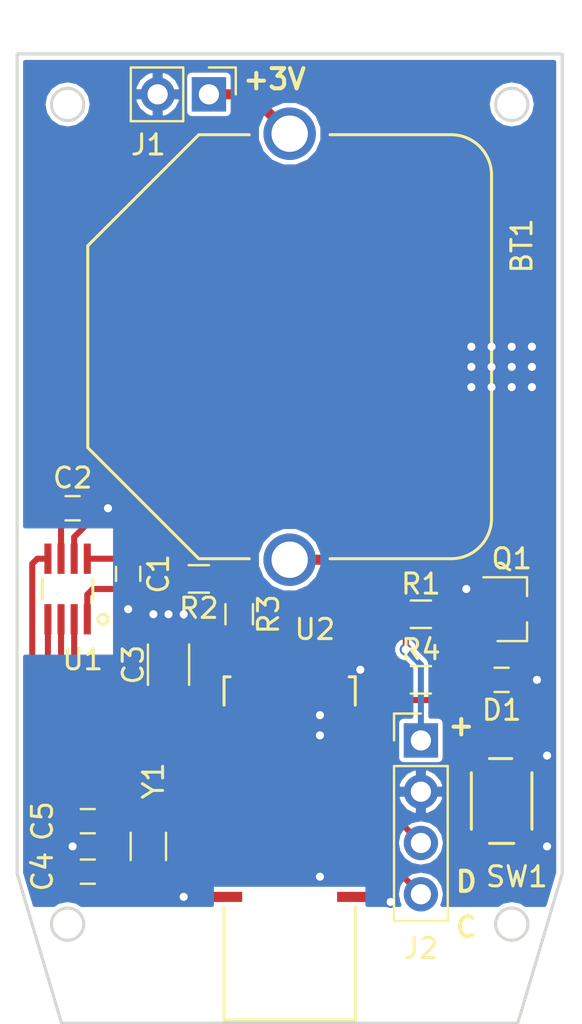
<source format=kicad_pcb>
(kicad_pcb (version 20171130) (host pcbnew "(5.1.0)")

  (general
    (thickness 1.6)
    (drawings 28)
    (tracks 154)
    (zones 0)
    (modules 18)
    (nets 18)
  )

  (page A4)
  (title_block
    (title ENBLE)
    (date 2018-12-03)
    (rev 1)
    (company @idt12312)
  )

  (layers
    (0 F.Cu signal)
    (31 B.Cu signal)
    (32 B.Adhes user)
    (33 F.Adhes user)
    (34 B.Paste user)
    (35 F.Paste user)
    (36 B.SilkS user)
    (37 F.SilkS user)
    (38 B.Mask user)
    (39 F.Mask user)
    (40 Dwgs.User user)
    (41 Cmts.User user)
    (42 Eco1.User user)
    (43 Eco2.User user hide)
    (44 Edge.Cuts user)
    (45 Margin user)
    (46 B.CrtYd user)
    (47 F.CrtYd user)
    (48 B.Fab user)
    (49 F.Fab user)
  )

  (setup
    (last_trace_width 0.3)
    (user_trace_width 0.25)
    (user_trace_width 0.3)
    (trace_clearance 0.22)
    (zone_clearance 0.22)
    (zone_45_only yes)
    (trace_min 0.22)
    (via_size 0.45)
    (via_drill 0.3)
    (via_min_size 0.4)
    (via_min_drill 0.3)
    (uvia_size 0.3)
    (uvia_drill 0.1)
    (uvias_allowed no)
    (uvia_min_size 0.2)
    (uvia_min_drill 0.1)
    (edge_width 0.15)
    (segment_width 0.15)
    (pcb_text_width 0.3)
    (pcb_text_size 1.5 1.5)
    (mod_edge_width 0.15)
    (mod_text_size 1 1)
    (mod_text_width 0.15)
    (pad_size 1.524 1.524)
    (pad_drill 0.762)
    (pad_to_mask_clearance 0.2)
    (aux_axis_origin 0 0)
    (visible_elements FFFEFF7F)
    (pcbplotparams
      (layerselection 0x00020_00000000)
      (usegerberextensions false)
      (usegerberattributes false)
      (usegerberadvancedattributes false)
      (creategerberjobfile false)
      (excludeedgelayer true)
      (linewidth 0.100000)
      (plotframeref false)
      (viasonmask false)
      (mode 1)
      (useauxorigin false)
      (hpglpennumber 1)
      (hpglpenspeed 20)
      (hpglpendiameter 15.000000)
      (psnegative false)
      (psa4output false)
      (plotreference true)
      (plotvalue true)
      (plotinvisibletext false)
      (padsonsilk false)
      (subtractmaskfromsilk false)
      (outputformat 1)
      (mirror false)
      (drillshape 0)
      (scaleselection 1)
      (outputdirectory ""))
  )

  (net 0 "")
  (net 1 "Net-(BT1-Pad1)")
  (net 2 GND)
  (net 3 "Net-(C1-Pad1)")
  (net 4 "Net-(C3-Pad1)")
  (net 5 "Net-(C4-Pad1)")
  (net 6 "Net-(C5-Pad1)")
  (net 7 "Net-(D1-Pad2)")
  (net 8 /SENS_SDO)
  (net 9 /SENS_SCK)
  (net 10 /SENS_CS)
  (net 11 /SENS_SDI)
  (net 12 /SWDCLK)
  (net 13 /SWDIO)
  (net 14 /SW)
  (net 15 /LED)
  (net 16 VCC)
  (net 17 "Net-(Q1-Pad2)")

  (net_class Default "This is the default net class."
    (clearance 0.22)
    (trace_width 0.3)
    (via_dia 0.45)
    (via_drill 0.3)
    (uvia_dia 0.3)
    (uvia_drill 0.1)
    (add_net /LED)
    (add_net /SENS_CS)
    (add_net /SENS_SCK)
    (add_net /SENS_SDI)
    (add_net /SENS_SDO)
    (add_net /SW)
    (add_net /SWDCLK)
    (add_net /SWDIO)
    (add_net "Net-(C1-Pad1)")
    (add_net "Net-(C4-Pad1)")
    (add_net "Net-(C5-Pad1)")
    (add_net "Net-(D1-Pad2)")
  )

  (net_class PWR ""
    (clearance 0.22)
    (trace_width 0.5)
    (via_dia 0.6)
    (via_drill 0.4)
    (uvia_dia 0.3)
    (uvia_drill 0.1)
    (add_net GND)
    (add_net "Net-(BT1-Pad1)")
    (add_net "Net-(C3-Pad1)")
    (add_net "Net-(Q1-Pad2)")
    (add_net VCC)
  )

  (module ENBLE:BK-888 (layer F.Cu) (tedit 5BEEF5C5) (tstamp 5BF90AA2)
    (at 111 92 270)
    (path /5BEEFC96)
    (fp_text reference BT1 (at -5 -11.5 270) (layer F.SilkS)
      (effects (font (size 1 1) (thickness 0.15)))
    )
    (fp_text value CR2032 (at 3 -11.5 270) (layer F.Fab)
      (effects (font (size 1 1) (thickness 0.15)))
    )
    (fp_line (start 10.5 -8) (end 10.5 -2) (layer F.SilkS) (width 0.15))
    (fp_line (start -8.5 -10) (end 8.5 -10) (layer F.SilkS) (width 0.15))
    (fp_line (start -10.5 -8) (end -10.5 -2) (layer F.SilkS) (width 0.15))
    (fp_arc (start 8.5 -8) (end 8.5 -10) (angle 90) (layer F.SilkS) (width 0.15))
    (fp_arc (start -8.5 -8) (end -10.5 -8) (angle 90) (layer F.SilkS) (width 0.15))
    (fp_line (start -5 10) (end -10.5 4.5) (layer F.SilkS) (width 0.15))
    (fp_line (start -10.5 4.5) (end -10.5 2) (layer F.SilkS) (width 0.15))
    (fp_line (start 5 10) (end 10.5 4.5) (layer F.SilkS) (width 0.15))
    (fp_line (start 10.5 4.5) (end 10.5 2) (layer F.SilkS) (width 0.15))
    (fp_line (start -5 10) (end 5 10) (layer F.SilkS) (width 0.15))
    (pad 1 thru_hole circle (at -10.55 0 270) (size 2.6 2.6) (drill 1.8) (layers *.Cu *.Mask)
      (net 1 "Net-(BT1-Pad1)"))
    (pad 2 smd circle (at 0 0 270) (size 15 15) (layers F.Cu F.Paste F.Mask)
      (net 2 GND))
    (pad 1 thru_hole circle (at 10.55 0 270) (size 2.6 2.6) (drill 1.8) (layers *.Cu *.Mask)
      (net 1 "Net-(BT1-Pad1)"))
  )

  (module Capacitors_SMD:C_0603 (layer F.Cu) (tedit 59958EE7) (tstamp 5BF90AA8)
    (at 103 103.25 270)
    (descr "Capacitor SMD 0603, reflow soldering, AVX (see smccp.pdf)")
    (tags "capacitor 0603")
    (path /5BEF1E8C)
    (attr smd)
    (fp_text reference C1 (at 0 -1.5 270) (layer F.SilkS)
      (effects (font (size 1 1) (thickness 0.15)))
    )
    (fp_text value 0.1u (at 0 1.5 270) (layer F.Fab)
      (effects (font (size 1 1) (thickness 0.15)))
    )
    (fp_line (start 1.4 0.65) (end -1.4 0.65) (layer F.CrtYd) (width 0.05))
    (fp_line (start 1.4 0.65) (end 1.4 -0.65) (layer F.CrtYd) (width 0.05))
    (fp_line (start -1.4 -0.65) (end -1.4 0.65) (layer F.CrtYd) (width 0.05))
    (fp_line (start -1.4 -0.65) (end 1.4 -0.65) (layer F.CrtYd) (width 0.05))
    (fp_line (start 0.35 0.6) (end -0.35 0.6) (layer F.SilkS) (width 0.12))
    (fp_line (start -0.35 -0.6) (end 0.35 -0.6) (layer F.SilkS) (width 0.12))
    (fp_line (start -0.8 -0.4) (end 0.8 -0.4) (layer F.Fab) (width 0.1))
    (fp_line (start 0.8 -0.4) (end 0.8 0.4) (layer F.Fab) (width 0.1))
    (fp_line (start 0.8 0.4) (end -0.8 0.4) (layer F.Fab) (width 0.1))
    (fp_line (start -0.8 0.4) (end -0.8 -0.4) (layer F.Fab) (width 0.1))
    (fp_text user %R (at 0 0 270) (layer F.Fab)
      (effects (font (size 0.3 0.3) (thickness 0.075)))
    )
    (pad 2 smd rect (at 0.75 0 270) (size 0.8 0.75) (layers F.Cu F.Paste F.Mask)
      (net 2 GND))
    (pad 1 smd rect (at -0.75 0 270) (size 0.8 0.75) (layers F.Cu F.Paste F.Mask)
      (net 3 "Net-(C1-Pad1)"))
    (model Capacitors_SMD.3dshapes/C_0603.wrl
      (at (xyz 0 0 0))
      (scale (xyz 1 1 1))
      (rotate (xyz 0 0 0))
    )
  )

  (module Capacitors_SMD:C_0603 (layer F.Cu) (tedit 59958EE7) (tstamp 5BF90AAE)
    (at 100.25 100)
    (descr "Capacitor SMD 0603, reflow soldering, AVX (see smccp.pdf)")
    (tags "capacitor 0603")
    (path /5BEEFFBC)
    (attr smd)
    (fp_text reference C2 (at 0 -1.5) (layer F.SilkS)
      (effects (font (size 1 1) (thickness 0.15)))
    )
    (fp_text value 0.1u (at 0 1.5) (layer F.Fab)
      (effects (font (size 1 1) (thickness 0.15)))
    )
    (fp_line (start 1.4 0.65) (end -1.4 0.65) (layer F.CrtYd) (width 0.05))
    (fp_line (start 1.4 0.65) (end 1.4 -0.65) (layer F.CrtYd) (width 0.05))
    (fp_line (start -1.4 -0.65) (end -1.4 0.65) (layer F.CrtYd) (width 0.05))
    (fp_line (start -1.4 -0.65) (end 1.4 -0.65) (layer F.CrtYd) (width 0.05))
    (fp_line (start 0.35 0.6) (end -0.35 0.6) (layer F.SilkS) (width 0.12))
    (fp_line (start -0.35 -0.6) (end 0.35 -0.6) (layer F.SilkS) (width 0.12))
    (fp_line (start -0.8 -0.4) (end 0.8 -0.4) (layer F.Fab) (width 0.1))
    (fp_line (start 0.8 -0.4) (end 0.8 0.4) (layer F.Fab) (width 0.1))
    (fp_line (start 0.8 0.4) (end -0.8 0.4) (layer F.Fab) (width 0.1))
    (fp_line (start -0.8 0.4) (end -0.8 -0.4) (layer F.Fab) (width 0.1))
    (fp_text user %R (at 0 0) (layer F.Fab)
      (effects (font (size 0.3 0.3) (thickness 0.075)))
    )
    (pad 2 smd rect (at 0.75 0) (size 0.8 0.75) (layers F.Cu F.Paste F.Mask)
      (net 2 GND))
    (pad 1 smd rect (at -0.75 0) (size 0.8 0.75) (layers F.Cu F.Paste F.Mask)
      (net 3 "Net-(C1-Pad1)"))
    (model Capacitors_SMD.3dshapes/C_0603.wrl
      (at (xyz 0 0 0))
      (scale (xyz 1 1 1))
      (rotate (xyz 0 0 0))
    )
  )

  (module Capacitors_SMD:C_1206 (layer F.Cu) (tedit 58AA84B8) (tstamp 5BF90AB4)
    (at 105 107.75 90)
    (descr "Capacitor SMD 1206, reflow soldering, AVX (see smccp.pdf)")
    (tags "capacitor 1206")
    (path /5BEF3F88)
    (attr smd)
    (fp_text reference C3 (at 0 -1.75 90) (layer F.SilkS)
      (effects (font (size 1 1) (thickness 0.15)))
    )
    (fp_text value 10u (at 0 2 90) (layer F.Fab)
      (effects (font (size 1 1) (thickness 0.15)))
    )
    (fp_text user %R (at 0 -1.75 90) (layer F.Fab)
      (effects (font (size 1 1) (thickness 0.15)))
    )
    (fp_line (start -1.6 0.8) (end -1.6 -0.8) (layer F.Fab) (width 0.1))
    (fp_line (start 1.6 0.8) (end -1.6 0.8) (layer F.Fab) (width 0.1))
    (fp_line (start 1.6 -0.8) (end 1.6 0.8) (layer F.Fab) (width 0.1))
    (fp_line (start -1.6 -0.8) (end 1.6 -0.8) (layer F.Fab) (width 0.1))
    (fp_line (start 1 -1.02) (end -1 -1.02) (layer F.SilkS) (width 0.12))
    (fp_line (start -1 1.02) (end 1 1.02) (layer F.SilkS) (width 0.12))
    (fp_line (start -2.25 -1.05) (end 2.25 -1.05) (layer F.CrtYd) (width 0.05))
    (fp_line (start -2.25 -1.05) (end -2.25 1.05) (layer F.CrtYd) (width 0.05))
    (fp_line (start 2.25 1.05) (end 2.25 -1.05) (layer F.CrtYd) (width 0.05))
    (fp_line (start 2.25 1.05) (end -2.25 1.05) (layer F.CrtYd) (width 0.05))
    (pad 1 smd rect (at -1.5 0 90) (size 1 1.6) (layers F.Cu F.Paste F.Mask)
      (net 4 "Net-(C3-Pad1)"))
    (pad 2 smd rect (at 1.5 0 90) (size 1 1.6) (layers F.Cu F.Paste F.Mask)
      (net 2 GND))
    (model Capacitors_SMD.3dshapes/C_1206.wrl
      (at (xyz 0 0 0))
      (scale (xyz 1 1 1))
      (rotate (xyz 0 0 0))
    )
  )

  (module Capacitors_SMD:C_0603 (layer F.Cu) (tedit 5BF931A9) (tstamp 5BF90ABA)
    (at 101 118 180)
    (descr "Capacitor SMD 0603, reflow soldering, AVX (see smccp.pdf)")
    (tags "capacitor 0603")
    (path /5BF9052A)
    (attr smd)
    (fp_text reference C4 (at 2.25 0 270) (layer F.SilkS)
      (effects (font (size 1 1) (thickness 0.15)))
    )
    (fp_text value 8p (at 0 1.5 180) (layer F.Fab)
      (effects (font (size 1 1) (thickness 0.15)))
    )
    (fp_line (start 1.4 0.65) (end -1.4 0.65) (layer F.CrtYd) (width 0.05))
    (fp_line (start 1.4 0.65) (end 1.4 -0.65) (layer F.CrtYd) (width 0.05))
    (fp_line (start -1.4 -0.65) (end -1.4 0.65) (layer F.CrtYd) (width 0.05))
    (fp_line (start -1.4 -0.65) (end 1.4 -0.65) (layer F.CrtYd) (width 0.05))
    (fp_line (start 0.35 0.6) (end -0.35 0.6) (layer F.SilkS) (width 0.12))
    (fp_line (start -0.35 -0.6) (end 0.35 -0.6) (layer F.SilkS) (width 0.12))
    (fp_line (start -0.8 -0.4) (end 0.8 -0.4) (layer F.Fab) (width 0.1))
    (fp_line (start 0.8 -0.4) (end 0.8 0.4) (layer F.Fab) (width 0.1))
    (fp_line (start 0.8 0.4) (end -0.8 0.4) (layer F.Fab) (width 0.1))
    (fp_line (start -0.8 0.4) (end -0.8 -0.4) (layer F.Fab) (width 0.1))
    (fp_text user %R (at 0 0 180) (layer F.Fab)
      (effects (font (size 0.3 0.3) (thickness 0.075)))
    )
    (pad 2 smd rect (at 0.75 0 180) (size 0.8 0.75) (layers F.Cu F.Paste F.Mask)
      (net 2 GND))
    (pad 1 smd rect (at -0.75 0 180) (size 0.8 0.75) (layers F.Cu F.Paste F.Mask)
      (net 5 "Net-(C4-Pad1)"))
    (model Capacitors_SMD.3dshapes/C_0603.wrl
      (at (xyz 0 0 0))
      (scale (xyz 1 1 1))
      (rotate (xyz 0 0 0))
    )
  )

  (module Capacitors_SMD:C_0603 (layer F.Cu) (tedit 5BF931AE) (tstamp 5BF90AC0)
    (at 101 115.5 180)
    (descr "Capacitor SMD 0603, reflow soldering, AVX (see smccp.pdf)")
    (tags "capacitor 0603")
    (path /5BF904B7)
    (attr smd)
    (fp_text reference C5 (at 2.25 0 270) (layer F.SilkS)
      (effects (font (size 1 1) (thickness 0.15)))
    )
    (fp_text value 8p (at 0 1.5 180) (layer F.Fab)
      (effects (font (size 1 1) (thickness 0.15)))
    )
    (fp_line (start 1.4 0.65) (end -1.4 0.65) (layer F.CrtYd) (width 0.05))
    (fp_line (start 1.4 0.65) (end 1.4 -0.65) (layer F.CrtYd) (width 0.05))
    (fp_line (start -1.4 -0.65) (end -1.4 0.65) (layer F.CrtYd) (width 0.05))
    (fp_line (start -1.4 -0.65) (end 1.4 -0.65) (layer F.CrtYd) (width 0.05))
    (fp_line (start 0.35 0.6) (end -0.35 0.6) (layer F.SilkS) (width 0.12))
    (fp_line (start -0.35 -0.6) (end 0.35 -0.6) (layer F.SilkS) (width 0.12))
    (fp_line (start -0.8 -0.4) (end 0.8 -0.4) (layer F.Fab) (width 0.1))
    (fp_line (start 0.8 -0.4) (end 0.8 0.4) (layer F.Fab) (width 0.1))
    (fp_line (start 0.8 0.4) (end -0.8 0.4) (layer F.Fab) (width 0.1))
    (fp_line (start -0.8 0.4) (end -0.8 -0.4) (layer F.Fab) (width 0.1))
    (fp_text user %R (at 0 0 180) (layer F.Fab)
      (effects (font (size 0.3 0.3) (thickness 0.075)))
    )
    (pad 2 smd rect (at 0.75 0 180) (size 0.8 0.75) (layers F.Cu F.Paste F.Mask)
      (net 2 GND))
    (pad 1 smd rect (at -0.75 0 180) (size 0.8 0.75) (layers F.Cu F.Paste F.Mask)
      (net 6 "Net-(C5-Pad1)"))
    (model Capacitors_SMD.3dshapes/C_0603.wrl
      (at (xyz 0 0 0))
      (scale (xyz 1 1 1))
      (rotate (xyz 0 0 0))
    )
  )

  (module Capacitors_SMD:C_0603 (layer F.Cu) (tedit 59958EE7) (tstamp 5BF90AC6)
    (at 121.5 108.5 180)
    (descr "Capacitor SMD 0603, reflow soldering, AVX (see smccp.pdf)")
    (tags "capacitor 0603")
    (path /5BEF0421)
    (attr smd)
    (fp_text reference D1 (at 0 -1.5 180) (layer F.SilkS)
      (effects (font (size 1 1) (thickness 0.15)))
    )
    (fp_text value LED (at 0 1.5 180) (layer F.Fab)
      (effects (font (size 1 1) (thickness 0.15)))
    )
    (fp_line (start 1.4 0.65) (end -1.4 0.65) (layer F.CrtYd) (width 0.05))
    (fp_line (start 1.4 0.65) (end 1.4 -0.65) (layer F.CrtYd) (width 0.05))
    (fp_line (start -1.4 -0.65) (end -1.4 0.65) (layer F.CrtYd) (width 0.05))
    (fp_line (start -1.4 -0.65) (end 1.4 -0.65) (layer F.CrtYd) (width 0.05))
    (fp_line (start 0.35 0.6) (end -0.35 0.6) (layer F.SilkS) (width 0.12))
    (fp_line (start -0.35 -0.6) (end 0.35 -0.6) (layer F.SilkS) (width 0.12))
    (fp_line (start -0.8 -0.4) (end 0.8 -0.4) (layer F.Fab) (width 0.1))
    (fp_line (start 0.8 -0.4) (end 0.8 0.4) (layer F.Fab) (width 0.1))
    (fp_line (start 0.8 0.4) (end -0.8 0.4) (layer F.Fab) (width 0.1))
    (fp_line (start -0.8 0.4) (end -0.8 -0.4) (layer F.Fab) (width 0.1))
    (fp_text user %R (at 0 0 180) (layer F.Fab)
      (effects (font (size 0.3 0.3) (thickness 0.075)))
    )
    (pad 2 smd rect (at 0.75 0 180) (size 0.8 0.75) (layers F.Cu F.Paste F.Mask)
      (net 7 "Net-(D1-Pad2)"))
    (pad 1 smd rect (at -0.75 0 180) (size 0.8 0.75) (layers F.Cu F.Paste F.Mask)
      (net 2 GND))
    (model Capacitors_SMD.3dshapes/C_0603.wrl
      (at (xyz 0 0 0))
      (scale (xyz 1 1 1))
      (rotate (xyz 0 0 0))
    )
  )

  (module TO_SOT_Packages_SMD:SOT-23 (layer F.Cu) (tedit 58CE4E7E) (tstamp 5BF90AF9)
    (at 122 105)
    (descr "SOT-23, Standard")
    (tags SOT-23)
    (path /5BEF0EA4)
    (attr smd)
    (fp_text reference Q1 (at 0 -2.5) (layer F.SilkS)
      (effects (font (size 1 1) (thickness 0.15)))
    )
    (fp_text value SI2333 (at 0 2.5) (layer F.Fab)
      (effects (font (size 1 1) (thickness 0.15)))
    )
    (fp_text user %R (at 0 0 90) (layer F.Fab)
      (effects (font (size 0.5 0.5) (thickness 0.075)))
    )
    (fp_line (start -0.7 -0.95) (end -0.7 1.5) (layer F.Fab) (width 0.1))
    (fp_line (start -0.15 -1.52) (end 0.7 -1.52) (layer F.Fab) (width 0.1))
    (fp_line (start -0.7 -0.95) (end -0.15 -1.52) (layer F.Fab) (width 0.1))
    (fp_line (start 0.7 -1.52) (end 0.7 1.52) (layer F.Fab) (width 0.1))
    (fp_line (start -0.7 1.52) (end 0.7 1.52) (layer F.Fab) (width 0.1))
    (fp_line (start 0.76 1.58) (end 0.76 0.65) (layer F.SilkS) (width 0.12))
    (fp_line (start 0.76 -1.58) (end 0.76 -0.65) (layer F.SilkS) (width 0.12))
    (fp_line (start -1.7 -1.75) (end 1.7 -1.75) (layer F.CrtYd) (width 0.05))
    (fp_line (start 1.7 -1.75) (end 1.7 1.75) (layer F.CrtYd) (width 0.05))
    (fp_line (start 1.7 1.75) (end -1.7 1.75) (layer F.CrtYd) (width 0.05))
    (fp_line (start -1.7 1.75) (end -1.7 -1.75) (layer F.CrtYd) (width 0.05))
    (fp_line (start 0.76 -1.58) (end -1.4 -1.58) (layer F.SilkS) (width 0.12))
    (fp_line (start 0.76 1.58) (end -0.7 1.58) (layer F.SilkS) (width 0.12))
    (pad 1 smd rect (at -1 -0.95) (size 0.9 0.8) (layers F.Cu F.Paste F.Mask)
      (net 2 GND))
    (pad 2 smd rect (at -1 0.95) (size 0.9 0.8) (layers F.Cu F.Paste F.Mask)
      (net 17 "Net-(Q1-Pad2)"))
    (pad 3 smd rect (at 1 0) (size 0.9 0.8) (layers F.Cu F.Paste F.Mask)
      (net 1 "Net-(BT1-Pad1)"))
    (model ${KISYS3DMOD}/TO_SOT_Packages_SMD.3dshapes/SOT-23.wrl
      (at (xyz 0 0 0))
      (scale (xyz 1 1 1))
      (rotate (xyz 0 0 0))
    )
  )

  (module Resistors_SMD:R_0603 (layer F.Cu) (tedit 5BF931C7) (tstamp 5BF90AFF)
    (at 117.5 105.25 180)
    (descr "Resistor SMD 0603, reflow soldering, Vishay (see dcrcw.pdf)")
    (tags "resistor 0603")
    (path /5BEEFE79)
    (attr smd)
    (fp_text reference R1 (at 0 1.5 180) (layer F.SilkS)
      (effects (font (size 1 1) (thickness 0.15)))
    )
    (fp_text value 0 (at 0 1.5 180) (layer F.Fab)
      (effects (font (size 1 1) (thickness 0.15)))
    )
    (fp_text user %R (at 0 0 180) (layer F.Fab)
      (effects (font (size 0.4 0.4) (thickness 0.075)))
    )
    (fp_line (start -0.8 0.4) (end -0.8 -0.4) (layer F.Fab) (width 0.1))
    (fp_line (start 0.8 0.4) (end -0.8 0.4) (layer F.Fab) (width 0.1))
    (fp_line (start 0.8 -0.4) (end 0.8 0.4) (layer F.Fab) (width 0.1))
    (fp_line (start -0.8 -0.4) (end 0.8 -0.4) (layer F.Fab) (width 0.1))
    (fp_line (start 0.5 0.68) (end -0.5 0.68) (layer F.SilkS) (width 0.12))
    (fp_line (start -0.5 -0.68) (end 0.5 -0.68) (layer F.SilkS) (width 0.12))
    (fp_line (start -1.25 -0.7) (end 1.25 -0.7) (layer F.CrtYd) (width 0.05))
    (fp_line (start -1.25 -0.7) (end -1.25 0.7) (layer F.CrtYd) (width 0.05))
    (fp_line (start 1.25 0.7) (end 1.25 -0.7) (layer F.CrtYd) (width 0.05))
    (fp_line (start 1.25 0.7) (end -1.25 0.7) (layer F.CrtYd) (width 0.05))
    (pad 1 smd rect (at -0.75 0 180) (size 0.5 0.9) (layers F.Cu F.Paste F.Mask)
      (net 17 "Net-(Q1-Pad2)"))
    (pad 2 smd rect (at 0.75 0 180) (size 0.5 0.9) (layers F.Cu F.Paste F.Mask)
      (net 16 VCC))
    (model ${KISYS3DMOD}/Resistors_SMD.3dshapes/R_0603.wrl
      (at (xyz 0 0 0))
      (scale (xyz 1 1 1))
      (rotate (xyz 0 0 0))
    )
  )

  (module Resistors_SMD:R_0603 (layer F.Cu) (tedit 58E0A804) (tstamp 5BF90B05)
    (at 106.5 103.5 180)
    (descr "Resistor SMD 0603, reflow soldering, Vishay (see dcrcw.pdf)")
    (tags "resistor 0603")
    (path /5BEEFFF3)
    (attr smd)
    (fp_text reference R2 (at 0 -1.45 180) (layer F.SilkS)
      (effects (font (size 1 1) (thickness 0.15)))
    )
    (fp_text value 0 (at 0 1.5 180) (layer F.Fab)
      (effects (font (size 1 1) (thickness 0.15)))
    )
    (fp_text user %R (at 0 0 180) (layer F.Fab)
      (effects (font (size 0.4 0.4) (thickness 0.075)))
    )
    (fp_line (start -0.8 0.4) (end -0.8 -0.4) (layer F.Fab) (width 0.1))
    (fp_line (start 0.8 0.4) (end -0.8 0.4) (layer F.Fab) (width 0.1))
    (fp_line (start 0.8 -0.4) (end 0.8 0.4) (layer F.Fab) (width 0.1))
    (fp_line (start -0.8 -0.4) (end 0.8 -0.4) (layer F.Fab) (width 0.1))
    (fp_line (start 0.5 0.68) (end -0.5 0.68) (layer F.SilkS) (width 0.12))
    (fp_line (start -0.5 -0.68) (end 0.5 -0.68) (layer F.SilkS) (width 0.12))
    (fp_line (start -1.25 -0.7) (end 1.25 -0.7) (layer F.CrtYd) (width 0.05))
    (fp_line (start -1.25 -0.7) (end -1.25 0.7) (layer F.CrtYd) (width 0.05))
    (fp_line (start 1.25 0.7) (end 1.25 -0.7) (layer F.CrtYd) (width 0.05))
    (fp_line (start 1.25 0.7) (end -1.25 0.7) (layer F.CrtYd) (width 0.05))
    (pad 1 smd rect (at -0.75 0 180) (size 0.5 0.9) (layers F.Cu F.Paste F.Mask)
      (net 16 VCC))
    (pad 2 smd rect (at 0.75 0 180) (size 0.5 0.9) (layers F.Cu F.Paste F.Mask)
      (net 3 "Net-(C1-Pad1)"))
    (model ${KISYS3DMOD}/Resistors_SMD.3dshapes/R_0603.wrl
      (at (xyz 0 0 0))
      (scale (xyz 1 1 1))
      (rotate (xyz 0 0 0))
    )
  )

  (module Resistors_SMD:R_0603 (layer F.Cu) (tedit 58E0A804) (tstamp 5BF90B0B)
    (at 108.5 105.25 270)
    (descr "Resistor SMD 0603, reflow soldering, Vishay (see dcrcw.pdf)")
    (tags "resistor 0603")
    (path /5BEFA8D9)
    (attr smd)
    (fp_text reference R3 (at 0 -1.45 270) (layer F.SilkS)
      (effects (font (size 1 1) (thickness 0.15)))
    )
    (fp_text value 0 (at 0 1.5 270) (layer F.Fab)
      (effects (font (size 1 1) (thickness 0.15)))
    )
    (fp_text user %R (at 0 0 270) (layer F.Fab)
      (effects (font (size 0.4 0.4) (thickness 0.075)))
    )
    (fp_line (start -0.8 0.4) (end -0.8 -0.4) (layer F.Fab) (width 0.1))
    (fp_line (start 0.8 0.4) (end -0.8 0.4) (layer F.Fab) (width 0.1))
    (fp_line (start 0.8 -0.4) (end 0.8 0.4) (layer F.Fab) (width 0.1))
    (fp_line (start -0.8 -0.4) (end 0.8 -0.4) (layer F.Fab) (width 0.1))
    (fp_line (start 0.5 0.68) (end -0.5 0.68) (layer F.SilkS) (width 0.12))
    (fp_line (start -0.5 -0.68) (end 0.5 -0.68) (layer F.SilkS) (width 0.12))
    (fp_line (start -1.25 -0.7) (end 1.25 -0.7) (layer F.CrtYd) (width 0.05))
    (fp_line (start -1.25 -0.7) (end -1.25 0.7) (layer F.CrtYd) (width 0.05))
    (fp_line (start 1.25 0.7) (end 1.25 -0.7) (layer F.CrtYd) (width 0.05))
    (fp_line (start 1.25 0.7) (end -1.25 0.7) (layer F.CrtYd) (width 0.05))
    (pad 1 smd rect (at -0.75 0 270) (size 0.5 0.9) (layers F.Cu F.Paste F.Mask)
      (net 16 VCC))
    (pad 2 smd rect (at 0.75 0 270) (size 0.5 0.9) (layers F.Cu F.Paste F.Mask)
      (net 4 "Net-(C3-Pad1)"))
    (model ${KISYS3DMOD}/Resistors_SMD.3dshapes/R_0603.wrl
      (at (xyz 0 0 0))
      (scale (xyz 1 1 1))
      (rotate (xyz 0 0 0))
    )
  )

  (module Resistors_SMD:R_0603 (layer F.Cu) (tedit 5BF931D3) (tstamp 5BF90B11)
    (at 117.5 108.5)
    (descr "Resistor SMD 0603, reflow soldering, Vishay (see dcrcw.pdf)")
    (tags "resistor 0603")
    (path /5BEF2F98)
    (attr smd)
    (fp_text reference R4 (at 0 -1.5) (layer F.SilkS)
      (effects (font (size 1 1) (thickness 0.15)))
    )
    (fp_text value 2.2k (at 0 1.5) (layer F.Fab)
      (effects (font (size 1 1) (thickness 0.15)))
    )
    (fp_text user %R (at 0 0) (layer F.Fab)
      (effects (font (size 0.4 0.4) (thickness 0.075)))
    )
    (fp_line (start -0.8 0.4) (end -0.8 -0.4) (layer F.Fab) (width 0.1))
    (fp_line (start 0.8 0.4) (end -0.8 0.4) (layer F.Fab) (width 0.1))
    (fp_line (start 0.8 -0.4) (end 0.8 0.4) (layer F.Fab) (width 0.1))
    (fp_line (start -0.8 -0.4) (end 0.8 -0.4) (layer F.Fab) (width 0.1))
    (fp_line (start 0.5 0.68) (end -0.5 0.68) (layer F.SilkS) (width 0.12))
    (fp_line (start -0.5 -0.68) (end 0.5 -0.68) (layer F.SilkS) (width 0.12))
    (fp_line (start -1.25 -0.7) (end 1.25 -0.7) (layer F.CrtYd) (width 0.05))
    (fp_line (start -1.25 -0.7) (end -1.25 0.7) (layer F.CrtYd) (width 0.05))
    (fp_line (start 1.25 0.7) (end 1.25 -0.7) (layer F.CrtYd) (width 0.05))
    (fp_line (start 1.25 0.7) (end -1.25 0.7) (layer F.CrtYd) (width 0.05))
    (pad 1 smd rect (at -0.75 0) (size 0.5 0.9) (layers F.Cu F.Paste F.Mask)
      (net 15 /LED))
    (pad 2 smd rect (at 0.75 0) (size 0.5 0.9) (layers F.Cu F.Paste F.Mask)
      (net 7 "Net-(D1-Pad2)"))
    (model ${KISYS3DMOD}/Resistors_SMD.3dshapes/R_0603.wrl
      (at (xyz 0 0 0))
      (scale (xyz 1 1 1))
      (rotate (xyz 0 0 0))
    )
  )

  (module ENBLE:SKRPACE010 (layer F.Cu) (tedit 5BF932BF) (tstamp 5BF90B19)
    (at 121.5 114.5 90)
    (path /5BF93246)
    (fp_text reference SW1 (at -3.75 0.75 180) (layer F.SilkS)
      (effects (font (size 1 1) (thickness 0.15)))
    )
    (fp_text value SW_SPST (at 1.05 3.15 90) (layer F.Fab)
      (effects (font (size 1 1) (thickness 0.15)))
    )
    (fp_line (start 1.4 1.5) (end -1.4 1.5) (layer F.SilkS) (width 0.15))
    (fp_line (start -1.4 -1.5) (end 1.4 -1.5) (layer F.SilkS) (width 0.15))
    (fp_line (start -2.1 -0.6) (end -2.1 0.6) (layer F.SilkS) (width 0.15))
    (fp_line (start 2.1 -0.6) (end 2.1 0.5) (layer F.SilkS) (width 0.15))
    (pad 1 smd rect (at 2.2 -1.2 90) (size 1.2 0.8) (layers F.Cu F.Paste F.Mask)
      (net 14 /SW))
    (pad 2 smd rect (at 2.2 1.2 90) (size 1.2 0.8) (layers F.Cu F.Paste F.Mask)
      (net 2 GND))
    (pad 1 smd rect (at -2.2 -1.2 90) (size 1.2 0.8) (layers F.Cu F.Paste F.Mask)
      (net 14 /SW))
    (pad 2 smd rect (at -2.2 1.2 90) (size 1.2 0.8) (layers F.Cu F.Paste F.Mask)
      (net 2 GND))
  )

  (module ENBLE:BME280 (layer F.Cu) (tedit 5BF93206) (tstamp 5BF90B25)
    (at 100 104 270)
    (path /5BEEFAFB)
    (fp_text reference U1 (at 3.5 -0.75 180) (layer F.SilkS)
      (effects (font (size 1 1) (thickness 0.15)))
    )
    (fp_text value BME280 (at 0 2.5 270) (layer F.Fab)
      (effects (font (size 1 1) (thickness 0.15)))
    )
    (fp_circle (center 1.5 -1.75) (end 1.5 -1.5) (layer F.SilkS) (width 0.15))
    (fp_line (start -0.5 1.25) (end 0.5 1.25) (layer F.SilkS) (width 0.15))
    (fp_line (start -0.5 -1.25) (end 0.5 -1.25) (layer F.SilkS) (width 0.15))
    (pad 1 smd rect (at 1.5 -0.975 270) (size 1.5 0.35) (layers F.Cu F.Paste F.Mask)
      (net 2 GND))
    (pad 2 smd rect (at 1.5 -0.325 270) (size 1.5 0.35) (layers F.Cu F.Paste F.Mask)
      (net 10 /SENS_CS))
    (pad 3 smd rect (at 1.5 0.325 270) (size 1.5 0.35) (layers F.Cu F.Paste F.Mask)
      (net 11 /SENS_SDI))
    (pad 4 smd rect (at 1.5 0.975 270) (size 1.5 0.35) (layers F.Cu F.Paste F.Mask)
      (net 9 /SENS_SCK))
    (pad 5 smd rect (at -1.5 0.975 270) (size 1.5 0.35) (layers F.Cu F.Paste F.Mask)
      (net 8 /SENS_SDO))
    (pad 6 smd rect (at -1.5 0.325 270) (size 1.5 0.35) (layers F.Cu F.Paste F.Mask)
      (net 3 "Net-(C1-Pad1)"))
    (pad 7 smd rect (at -1.5 -0.325 270) (size 1.5 0.35) (layers F.Cu F.Paste F.Mask)
      (net 2 GND))
    (pad 8 smd rect (at -1.5 -0.975 270) (size 1.5 0.35) (layers F.Cu F.Paste F.Mask)
      (net 3 "Net-(C1-Pad1)"))
  )

  (module Crystals:Crystal_SMD_3215-2pin_3.2x1.5mm (layer F.Cu) (tedit 5BF9331A) (tstamp 5BF90B2B)
    (at 104 116.75 270)
    (descr "SMD Crystal FC-135 https://support.epson.biz/td/api/doc_check.php?dl=brief_FC-135R_en.pdf")
    (tags "SMD SMT Crystal")
    (path /5BF903BE)
    (attr smd)
    (fp_text reference Y1 (at -3.25 -0.25 270) (layer F.SilkS)
      (effects (font (size 1 1) (thickness 0.15)))
    )
    (fp_text value 32.768kHz (at 0 2 270) (layer F.Fab)
      (effects (font (size 1 1) (thickness 0.15)))
    )
    (fp_text user %R (at -3.25 -0.25 270) (layer F.Fab)
      (effects (font (size 1 1) (thickness 0.15)))
    )
    (fp_line (start -2 -1.15) (end 2 -1.15) (layer F.CrtYd) (width 0.05))
    (fp_line (start -1.6 -0.75) (end -1.6 0.75) (layer F.Fab) (width 0.1))
    (fp_line (start -0.675 0.875) (end 0.675 0.875) (layer F.SilkS) (width 0.12))
    (fp_line (start -0.675 -0.875) (end 0.675 -0.875) (layer F.SilkS) (width 0.12))
    (fp_line (start 1.6 -0.75) (end 1.6 0.75) (layer F.Fab) (width 0.1))
    (fp_line (start -1.6 -0.75) (end 1.6 -0.75) (layer F.Fab) (width 0.1))
    (fp_line (start -1.6 0.75) (end 1.6 0.75) (layer F.Fab) (width 0.1))
    (fp_line (start -2 1.15) (end 2 1.15) (layer F.CrtYd) (width 0.05))
    (fp_line (start -2 -1.15) (end -2 1.15) (layer F.CrtYd) (width 0.05))
    (fp_line (start 2 -1.15) (end 2 1.15) (layer F.CrtYd) (width 0.05))
    (pad 1 smd rect (at 1.25 0 270) (size 1 1.8) (layers F.Cu F.Paste F.Mask)
      (net 5 "Net-(C4-Pad1)"))
    (pad 2 smd rect (at -1.25 0 270) (size 1 1.8) (layers F.Cu F.Paste F.Mask)
      (net 6 "Net-(C5-Pad1)"))
    (model ${KISYS3DMOD}/Crystals.3dshapes/Crystal_SMD_3215-2pin_3.2x1.5mm.wrl
      (at (xyz 0 0 0))
      (scale (xyz 1 1 1))
      (rotate (xyz 0 0 0))
    )
  )

  (module Pin_Headers:Pin_Header_Straight_1x02_Pitch2.54mm (layer F.Cu) (tedit 5BF9321D) (tstamp 5BF91FA5)
    (at 107 79.5 270)
    (descr "Through hole straight pin header, 1x02, 2.54mm pitch, single row")
    (tags "Through hole pin header THT 1x02 2.54mm single row")
    (path /5BF8F2E1)
    (fp_text reference J1 (at 2.5 3) (layer F.SilkS)
      (effects (font (size 1 1) (thickness 0.15)))
    )
    (fp_text value Conn_01x02 (at 0 4.87 270) (layer F.Fab)
      (effects (font (size 1 1) (thickness 0.15)))
    )
    (fp_line (start -0.635 -1.27) (end 1.27 -1.27) (layer F.Fab) (width 0.1))
    (fp_line (start 1.27 -1.27) (end 1.27 3.81) (layer F.Fab) (width 0.1))
    (fp_line (start 1.27 3.81) (end -1.27 3.81) (layer F.Fab) (width 0.1))
    (fp_line (start -1.27 3.81) (end -1.27 -0.635) (layer F.Fab) (width 0.1))
    (fp_line (start -1.27 -0.635) (end -0.635 -1.27) (layer F.Fab) (width 0.1))
    (fp_line (start -1.33 3.87) (end 1.33 3.87) (layer F.SilkS) (width 0.12))
    (fp_line (start -1.33 1.27) (end -1.33 3.87) (layer F.SilkS) (width 0.12))
    (fp_line (start 1.33 1.27) (end 1.33 3.87) (layer F.SilkS) (width 0.12))
    (fp_line (start -1.33 1.27) (end 1.33 1.27) (layer F.SilkS) (width 0.12))
    (fp_line (start -1.33 0) (end -1.33 -1.33) (layer F.SilkS) (width 0.12))
    (fp_line (start -1.33 -1.33) (end 0 -1.33) (layer F.SilkS) (width 0.12))
    (fp_line (start -1.8 -1.8) (end -1.8 4.35) (layer F.CrtYd) (width 0.05))
    (fp_line (start -1.8 4.35) (end 1.8 4.35) (layer F.CrtYd) (width 0.05))
    (fp_line (start 1.8 4.35) (end 1.8 -1.8) (layer F.CrtYd) (width 0.05))
    (fp_line (start 1.8 -1.8) (end -1.8 -1.8) (layer F.CrtYd) (width 0.05))
    (fp_text user %R (at 0 1.27) (layer F.Fab)
      (effects (font (size 1 1) (thickness 0.15)))
    )
    (pad 1 thru_hole rect (at 0 0 270) (size 1.7 1.7) (drill 1) (layers *.Cu *.Mask)
      (net 1 "Net-(BT1-Pad1)"))
    (pad 2 thru_hole oval (at 0 2.54 270) (size 1.7 1.7) (drill 1) (layers *.Cu *.Mask)
      (net 2 GND))
    (model ${KISYS3DMOD}/Pin_Headers.3dshapes/Pin_Header_Straight_1x02_Pitch2.54mm.wrl
      (at (xyz 0 0 0))
      (scale (xyz 1 1 1))
      (rotate (xyz 0 0 0))
    )
  )

  (module Pin_Headers:Pin_Header_Straight_1x04_Pitch2.54mm (layer F.Cu) (tedit 5BFD79F2) (tstamp 5BF91FAA)
    (at 117.5 111.5)
    (descr "Through hole straight pin header, 1x04, 2.54mm pitch, single row")
    (tags "Through hole pin header THT 1x04 2.54mm single row")
    (path /5BF90DFF)
    (fp_text reference J2 (at 0 10.3) (layer F.SilkS)
      (effects (font (size 1 1) (thickness 0.15)))
    )
    (fp_text value Conn_01x04 (at 0 9.95) (layer F.Fab)
      (effects (font (size 1 1) (thickness 0.15)))
    )
    (fp_line (start -0.635 -1.27) (end 1.27 -1.27) (layer F.Fab) (width 0.1))
    (fp_line (start 1.27 -1.27) (end 1.27 8.89) (layer F.Fab) (width 0.1))
    (fp_line (start 1.27 8.89) (end -1.27 8.89) (layer F.Fab) (width 0.1))
    (fp_line (start -1.27 8.89) (end -1.27 -0.635) (layer F.Fab) (width 0.1))
    (fp_line (start -1.27 -0.635) (end -0.635 -1.27) (layer F.Fab) (width 0.1))
    (fp_line (start -1.33 8.95) (end 1.33 8.95) (layer F.SilkS) (width 0.12))
    (fp_line (start -1.33 1.27) (end -1.33 8.95) (layer F.SilkS) (width 0.12))
    (fp_line (start 1.33 1.27) (end 1.33 8.95) (layer F.SilkS) (width 0.12))
    (fp_line (start -1.33 1.27) (end 1.33 1.27) (layer F.SilkS) (width 0.12))
    (fp_line (start -1.33 0) (end -1.33 -1.33) (layer F.SilkS) (width 0.12))
    (fp_line (start -1.33 -1.33) (end 0 -1.33) (layer F.SilkS) (width 0.12))
    (fp_line (start -1.8 -1.8) (end -1.8 9.4) (layer F.CrtYd) (width 0.05))
    (fp_line (start -1.8 9.4) (end 1.8 9.4) (layer F.CrtYd) (width 0.05))
    (fp_line (start 1.8 9.4) (end 1.8 -1.8) (layer F.CrtYd) (width 0.05))
    (fp_line (start 1.8 -1.8) (end -1.8 -1.8) (layer F.CrtYd) (width 0.05))
    (fp_text user %R (at 0 3.81 90) (layer F.Fab)
      (effects (font (size 1 1) (thickness 0.15)))
    )
    (pad 1 thru_hole rect (at 0 0) (size 1.7 1.7) (drill 1) (layers *.Cu *.Mask)
      (net 16 VCC))
    (pad 2 thru_hole oval (at 0 2.54) (size 1.7 1.7) (drill 1) (layers *.Cu *.Mask)
      (net 2 GND))
    (pad 3 thru_hole oval (at 0 5.08) (size 1.7 1.7) (drill 1) (layers *.Cu *.Mask)
      (net 13 /SWDIO))
    (pad 4 thru_hole oval (at 0 7.62) (size 1.7 1.7) (drill 1) (layers *.Cu *.Mask)
      (net 12 /SWDCLK))
    (model ${KISYS3DMOD}/Pin_Headers.3dshapes/Pin_Header_Straight_1x04_Pitch2.54mm.wrl
      (at (xyz 0 0 0))
      (scale (xyz 1 1 1))
      (rotate (xyz 0 0 0))
    )
  )

  (module ENBLE:BVMCN5103-BK (layer F.Cu) (tedit 5BF931C2) (tstamp 5BF92602)
    (at 111 110.25 180)
    (path /5BF8FF66)
    (fp_text reference U2 (at -1.25 4.25) (layer F.SilkS)
      (effects (font (size 1 1) (thickness 0.15)))
    )
    (fp_text value BVMCN5103-BK (at 0 -6.25 270) (layer F.Fab)
      (effects (font (size 1 1) (thickness 0.15)))
    )
    (fp_line (start 3.25 -15.1) (end -3.25 -15.1) (layer F.SilkS) (width 0.15))
    (fp_line (start 3.25 -9.5) (end 3.25 -15.1) (layer F.SilkS) (width 0.15))
    (fp_line (start -3.25 -9.5) (end -3.25 -15.1) (layer F.SilkS) (width 0.15))
    (fp_line (start 3.25 1.9) (end 2.95 1.9) (layer F.SilkS) (width 0.15))
    (fp_line (start -3.25 1.9) (end -2.95 1.9) (layer F.SilkS) (width 0.15))
    (fp_line (start 3.25 0.5) (end 3.25 1.9) (layer F.SilkS) (width 0.15))
    (fp_line (start -3.25 0.5) (end -3.25 1.9) (layer F.SilkS) (width 0.15))
    (pad 17 smd rect (at 3.25 0 180) (size 1.8 0.5) (layers F.Cu F.Paste F.Mask)
      (net 4 "Net-(C3-Pad1)"))
    (pad 18 smd rect (at 3.25 -1 180) (size 1.8 0.5) (layers F.Cu F.Paste F.Mask)
      (net 10 /SENS_CS))
    (pad 19 smd rect (at 3.25 -2 180) (size 1.8 0.5) (layers F.Cu F.Paste F.Mask)
      (net 11 /SENS_SDI))
    (pad 20 smd rect (at 3.25 -3 180) (size 1.8 0.5) (layers F.Cu F.Paste F.Mask)
      (net 9 /SENS_SCK))
    (pad 21 smd rect (at 3.25 -4 180) (size 1.8 0.5) (layers F.Cu F.Paste F.Mask)
      (net 8 /SENS_SDO))
    (pad 22 smd rect (at 3.25 -5 180) (size 1.8 0.5) (layers F.Cu F.Paste F.Mask))
    (pad 23 smd rect (at 3.25 -6 180) (size 1.8 0.5) (layers F.Cu F.Paste F.Mask)
      (net 6 "Net-(C5-Pad1)"))
    (pad 24 smd rect (at 3.25 -7 180) (size 1.8 0.5) (layers F.Cu F.Paste F.Mask)
      (net 5 "Net-(C4-Pad1)"))
    (pad 25 smd rect (at 3.25 -8 180) (size 1.8 0.5) (layers F.Cu F.Paste F.Mask))
    (pad 26 smd rect (at 3.25 -9 180) (size 1.8 0.5) (layers F.Cu F.Paste F.Mask)
      (net 2 GND))
    (pad 1 smd rect (at -3.25 -9 180) (size 1.8 0.5) (layers F.Cu F.Paste F.Mask)
      (net 2 GND))
    (pad 2 smd rect (at -3.25 -8 180) (size 1.8 0.5) (layers F.Cu F.Paste F.Mask)
      (net 2 GND))
    (pad 3 smd rect (at -3.25 -7 180) (size 1.8 0.5) (layers F.Cu F.Paste F.Mask))
    (pad 4 smd rect (at -3.25 -6 180) (size 1.8 0.5) (layers F.Cu F.Paste F.Mask)
      (net 12 /SWDCLK))
    (pad 5 smd rect (at -3.25 -5 180) (size 1.8 0.5) (layers F.Cu F.Paste F.Mask)
      (net 13 /SWDIO))
    (pad 6 smd rect (at -3.25 -4 180) (size 1.8 0.5) (layers F.Cu F.Paste F.Mask))
    (pad 7 smd rect (at -3.25 -3 180) (size 1.8 0.5) (layers F.Cu F.Paste F.Mask))
    (pad 8 smd rect (at -3.25 -2 180) (size 1.8 0.5) (layers F.Cu F.Paste F.Mask))
    (pad 9 smd rect (at -3.25 -1 180) (size 1.8 0.5) (layers F.Cu F.Paste F.Mask)
      (net 2 GND))
    (pad 10 smd rect (at -3.25 0 180) (size 1.8 0.5) (layers F.Cu F.Paste F.Mask)
      (net 2 GND))
    (pad 11 smd rect (at -2.5 1.9 270) (size 1.8 0.5) (layers F.Cu F.Paste F.Mask)
      (net 2 GND))
    (pad 12 smd rect (at -1.5 1.9 270) (size 1.8 0.5) (layers F.Cu F.Paste F.Mask)
      (net 14 /SW))
    (pad 13 smd rect (at -0.5 1.9 270) (size 1.8 0.5) (layers F.Cu F.Paste F.Mask)
      (net 15 /LED))
    (pad 14 smd rect (at 0.5 1.9 270) (size 1.8 0.5) (layers F.Cu F.Paste F.Mask))
    (pad 15 smd rect (at 1.5 1.9 270) (size 1.8 0.5) (layers F.Cu F.Paste F.Mask))
    (pad 16 smd rect (at 2.5 1.9 270) (size 1.8 0.5) (layers F.Cu F.Paste F.Mask)
      (net 4 "Net-(C3-Pad1)"))
  )

  (gr_line (start 97.5 77.5) (end 97.5 80) (angle 90) (layer Edge.Cuts) (width 0.15))
  (gr_line (start 100 77.5) (end 97.5 77.5) (angle 90) (layer Edge.Cuts) (width 0.15))
  (gr_line (start 124.5 77.5) (end 124.5 80) (angle 90) (layer Edge.Cuts) (width 0.15))
  (gr_line (start 122 77.5) (end 124.5 77.5) (angle 90) (layer Edge.Cuts) (width 0.15))
  (gr_line (start 124.5 118.1) (end 122.3 125.5) (angle 90) (layer Edge.Cuts) (width 0.15))
  (gr_line (start 97.5 118.1) (end 99.7 125.5) (angle 90) (layer Edge.Cuts) (width 0.15))
  (dimension 27 (width 0.3) (layer Eco2.User)
    (gr_text "27.000 mm" (at 111 73.15) (layer Eco2.User)
      (effects (font (size 1.5 1.5) (thickness 0.3)))
    )
    (feature1 (pts (xy 124.5 80.25) (xy 124.5 71.8)))
    (feature2 (pts (xy 97.5 80.25) (xy 97.5 71.8)))
    (crossbar (pts (xy 97.5 74.5) (xy 124.5 74.5)))
    (arrow1a (pts (xy 124.5 74.5) (xy 123.373496 75.086421)))
    (arrow1b (pts (xy 124.5 74.5) (xy 123.373496 73.913579)))
    (arrow2a (pts (xy 97.5 74.5) (xy 98.626504 75.086421)))
    (arrow2b (pts (xy 97.5 74.5) (xy 98.626504 73.913579)))
  )
  (dimension 48 (width 0.3) (layer Eco2.User)
    (gr_text "48.000 mm" (at 130.1 101.5 270) (layer Eco2.User)
      (effects (font (size 1.5 1.5) (thickness 0.3)))
    )
    (feature1 (pts (xy 121.5 125.5) (xy 131.45 125.5)))
    (feature2 (pts (xy 121.5 77.5) (xy 131.45 77.5)))
    (crossbar (pts (xy 128.75 77.5) (xy 128.75 125.5)))
    (arrow1a (pts (xy 128.75 125.5) (xy 128.163579 124.373496)))
    (arrow1b (pts (xy 128.75 125.5) (xy 129.336421 124.373496)))
    (arrow2a (pts (xy 128.75 77.5) (xy 128.163579 78.626504)))
    (arrow2b (pts (xy 128.75 77.5) (xy 129.336421 78.626504)))
  )
  (gr_arc (start 111 118.1) (end 99.7 125.5) (angle 33) (layer Eco1.User) (width 0.15))
  (gr_line (start 122.3 125.5) (end 99.7 125.5) (angle 90) (layer Edge.Cuts) (width 0.15))
  (gr_arc (start 111 118.1) (end 124.5 118.1) (angle 33) (layer Eco1.User) (width 0.15))
  (gr_line (start 97.5 118.1) (end 97.5 80) (angle 90) (layer Edge.Cuts) (width 0.15))
  (gr_line (start 124.5 118.1) (end 124.5 80) (angle 90) (layer Edge.Cuts) (width 0.15))
  (gr_text + (at 119.5 110.75) (layer F.SilkS)
    (effects (font (size 1 1) (thickness 0.2)))
  )
  (gr_text D (at 119.75 118.5) (layer F.SilkS)
    (effects (font (size 1 1) (thickness 0.2)))
  )
  (gr_text C (at 119.75 120.75) (layer F.SilkS)
    (effects (font (size 1 1) (thickness 0.2)))
  )
  (gr_text +3V (at 110.25 78.75) (layer F.SilkS)
    (effects (font (size 1 1) (thickness 0.2)))
  )
  (gr_line (start 100 77.5) (end 122 77.5) (angle 90) (layer Edge.Cuts) (width 0.15))
  (gr_circle (center 111 92) (end 121 92) (layer Eco1.User) (width 0.2))
  (gr_line (start 111 77) (end 111 125) (angle 90) (layer Eco1.User) (width 0.2))
  (gr_circle (center 122 120.6) (end 123.5 120.5) (layer Eco1.User) (width 0.2))
  (gr_circle (center 100 120.6) (end 101.5 120.5) (layer Eco1.User) (width 0.2))
  (gr_circle (center 122 80) (end 123.5 80) (layer Eco1.User) (width 0.2))
  (gr_circle (center 100 80) (end 101.5 80) (layer Eco1.User) (width 0.2))
  (gr_circle (center 122 120.6) (end 122.8 120.6) (layer Edge.Cuts) (width 0.15))
  (gr_circle (center 100 120.6) (end 100.8 120.6) (layer Edge.Cuts) (width 0.15))
  (gr_circle (center 122 80) (end 122.8 80) (layer Edge.Cuts) (width 0.15))
  (gr_circle (center 100 80) (end 100.8 80) (layer Edge.Cuts) (width 0.15))

  (segment (start 111 102.55) (end 122.3 102.55) (width 0.5) (layer F.Cu) (net 1) (status 10))
  (segment (start 123 103.25) (end 123 105) (width 0.5) (layer F.Cu) (net 1) (tstamp 5BF9280A) (status 20))
  (segment (start 122.3 102.55) (end 123 103.25) (width 0.5) (layer F.Cu) (net 1) (tstamp 5BF92807))
  (segment (start 107 79.5) (end 109.05 79.5) (width 0.5) (layer F.Cu) (net 1) (status 10))
  (segment (start 109.05 79.5) (end 111 81.45) (width 0.5) (layer F.Cu) (net 1) (tstamp 5BF926A0) (status 20))
  (segment (start 105 105.25) (end 104.25 105.25) (width 0.5) (layer F.Cu) (net 2))
  (via (at 105 105.25) (size 0.6) (drill 0.4) (layers F.Cu B.Cu) (net 2))
  (via (at 104.25 105.25) (size 0.6) (drill 0.4) (layers F.Cu B.Cu) (net 2))
  (segment (start 105.75 105.25) (end 105 105.25) (width 0.5) (layer F.Cu) (net 2))
  (segment (start 105 105.25) (end 105 106.25) (width 0.5) (layer F.Cu) (net 2) (status 20))
  (via (at 105.75 105.25) (size 0.6) (drill 0.4) (layers F.Cu B.Cu) (net 2))
  (segment (start 100.25 118) (end 100.25 116.75) (width 0.5) (layer F.Cu) (net 2) (status 10))
  (via (at 100.25 116.75) (size 0.6) (drill 0.4) (layers F.Cu B.Cu) (net 2))
  (segment (start 100.25 116.75) (end 100.25 115.5) (width 0.5) (layer F.Cu) (net 2) (status 20))
  (segment (start 114.25 118.25) (end 112.5 118.25) (width 0.5) (layer F.Cu) (net 2) (status 10))
  (via (at 112.5 118.25) (size 0.6) (drill 0.4) (layers F.Cu B.Cu) (net 2))
  (segment (start 114.25 119.25) (end 115.75 119.25) (width 0.5) (layer F.Cu) (net 2) (status 10))
  (via (at 116 119.5) (size 0.6) (drill 0.4) (layers F.Cu B.Cu) (net 2))
  (segment (start 115.75 119.25) (end 116 119.5) (width 0.5) (layer F.Cu) (net 2) (tstamp 5BFD4BFD))
  (segment (start 107.75 119.25) (end 105.75 119.25) (width 0.5) (layer F.Cu) (net 2) (status 10))
  (segment (start 105.75 119.25) (end 104.75 119.25) (width 0.5) (layer B.Cu) (net 2) (tstamp 5BFD4BF6))
  (via (at 105.75 119.25) (size 0.6) (drill 0.4) (layers F.Cu B.Cu) (net 2))
  (segment (start 114.25 111.25) (end 112.5 111.25) (width 0.5) (layer F.Cu) (net 2) (status 10))
  (via (at 112.5 111.25) (size 0.6) (drill 0.4) (layers F.Cu B.Cu) (net 2))
  (segment (start 114.25 110.25) (end 112.5 110.25) (width 0.5) (layer F.Cu) (net 2) (status 10))
  (via (at 112.5 110.25) (size 0.6) (drill 0.4) (layers F.Cu B.Cu) (net 2))
  (segment (start 113.5 108.35) (end 114.15 108.35) (width 0.5) (layer F.Cu) (net 2) (status 10))
  (via (at 114.5 108) (size 0.6) (drill 0.4) (layers F.Cu B.Cu) (net 2))
  (segment (start 114.15 108.35) (end 114.5 108) (width 0.5) (layer F.Cu) (net 2) (tstamp 5BFD4BD5))
  (via (at 123 94) (size 0.6) (drill 0.4) (layers F.Cu B.Cu) (net 2))
  (segment (start 122 94) (end 123 94) (width 0.5) (layer B.Cu) (net 2) (tstamp 5BF92EB0))
  (via (at 122 94) (size 0.6) (drill 0.4) (layers F.Cu B.Cu) (net 2))
  (segment (start 121 94) (end 122 94) (width 0.5) (layer F.Cu) (net 2) (tstamp 5BF92EAD))
  (via (at 121 94) (size 0.6) (drill 0.4) (layers F.Cu B.Cu) (net 2))
  (segment (start 120 94) (end 121 94) (width 0.5) (layer B.Cu) (net 2) (tstamp 5BF92EAA))
  (via (at 120 94) (size 0.6) (drill 0.4) (layers F.Cu B.Cu) (net 2))
  (segment (start 120 93) (end 120 94) (width 0.5) (layer F.Cu) (net 2) (tstamp 5BF92EA7))
  (via (at 120 93) (size 0.6) (drill 0.4) (layers F.Cu B.Cu) (net 2))
  (segment (start 121 93) (end 120 93) (width 0.5) (layer B.Cu) (net 2) (tstamp 5BF92EA4))
  (via (at 121 93) (size 0.6) (drill 0.4) (layers F.Cu B.Cu) (net 2))
  (segment (start 122 93) (end 121 93) (width 0.5) (layer F.Cu) (net 2) (tstamp 5BF92EA1))
  (via (at 122 93) (size 0.6) (drill 0.4) (layers F.Cu B.Cu) (net 2))
  (segment (start 123 93) (end 122 93) (width 0.5) (layer B.Cu) (net 2) (tstamp 5BF92E9E))
  (via (at 123 93) (size 0.6) (drill 0.4) (layers F.Cu B.Cu) (net 2))
  (segment (start 123 92) (end 123 93) (width 0.5) (layer F.Cu) (net 2) (tstamp 5BF92E9B))
  (via (at 123 92) (size 0.6) (drill 0.4) (layers F.Cu B.Cu) (net 2))
  (segment (start 122 92) (end 123 92) (width 0.5) (layer B.Cu) (net 2) (tstamp 5BF92E98))
  (via (at 122 92) (size 0.6) (drill 0.4) (layers F.Cu B.Cu) (net 2))
  (segment (start 121 92) (end 122 92) (width 0.5) (layer F.Cu) (net 2) (tstamp 5BF92E95))
  (via (at 121 92) (size 0.6) (drill 0.4) (layers F.Cu B.Cu) (net 2))
  (segment (start 120 92) (end 121 92) (width 0.5) (layer B.Cu) (net 2) (tstamp 5BF92E92))
  (via (at 120 92) (size 0.6) (drill 0.4) (layers F.Cu B.Cu) (net 2))
  (segment (start 111 92) (end 120 92) (width 0.5) (layer F.Cu) (net 2) (status 10))
  (segment (start 100.325 102.5) (end 100.325 101.425) (width 0.3) (layer F.Cu) (net 2) (status 10))
  (segment (start 101 100.75) (end 101 100) (width 0.3) (layer F.Cu) (net 2) (tstamp 5BF92ADD) (status 20))
  (segment (start 100.325 101.425) (end 101 100.75) (width 0.3) (layer F.Cu) (net 2) (tstamp 5BF92ADC))
  (segment (start 103 104) (end 101.25 104) (width 0.3) (layer F.Cu) (net 2) (status 10))
  (segment (start 100.975 104.275) (end 100.975 105.5) (width 0.3) (layer F.Cu) (net 2) (tstamp 5BF92A8B) (status 20))
  (segment (start 101.25 104) (end 100.975 104.275) (width 0.3) (layer F.Cu) (net 2) (tstamp 5BF92A8A))
  (segment (start 111 92) (end 113 92) (width 0.5) (layer F.Cu) (net 2) (status 30))
  (via (at 103 105) (size 0.6) (drill 0.4) (layers F.Cu B.Cu) (net 2))
  (segment (start 103 105) (end 103 104) (width 0.5) (layer F.Cu) (net 2) (status 20))
  (segment (start 101.25 100) (end 102 100) (width 0.5) (layer F.Cu) (net 2) (status 10))
  (via (at 102 100) (size 0.6) (drill 0.4) (layers F.Cu B.Cu) (net 2))
  (segment (start 121 104.05) (end 119.8 104.05) (width 0.5) (layer F.Cu) (net 2) (status 10))
  (via (at 119.75 104) (size 0.6) (drill 0.4) (layers F.Cu B.Cu) (net 2))
  (segment (start 119.8 104.05) (end 119.75 104) (width 0.5) (layer F.Cu) (net 2) (tstamp 5BF9280D))
  (segment (start 122.25 108.5) (end 123.25 108.5) (width 0.5) (layer F.Cu) (net 2) (status 10))
  (via (at 123.25 108.5) (size 0.6) (drill 0.4) (layers F.Cu B.Cu) (net 2))
  (segment (start 122.7 112.3) (end 123.7 112.3) (width 0.5) (layer F.Cu) (net 2) (status 10))
  (via (at 123.75 112.25) (size 0.6) (drill 0.4) (layers F.Cu B.Cu) (net 2))
  (segment (start 123.7 112.3) (end 123.75 112.25) (width 0.5) (layer F.Cu) (net 2) (tstamp 5BF927AB))
  (segment (start 122.7 116.7) (end 123.7 116.7) (width 0.5) (layer F.Cu) (net 2) (status 10))
  (via (at 123.75 116.75) (size 0.6) (drill 0.4) (layers F.Cu B.Cu) (net 2))
  (segment (start 123.7 116.7) (end 123.75 116.75) (width 0.5) (layer F.Cu) (net 2) (tstamp 5BF927A7))
  (segment (start 99.5 100) (end 99.5 99) (width 0.3) (layer F.Cu) (net 3) (status 10))
  (segment (start 103 99.75) (end 103 102.5) (width 0.3) (layer F.Cu) (net 3) (tstamp 5BFD4C32) (status 20))
  (segment (start 102 98.75) (end 103 99.75) (width 0.3) (layer F.Cu) (net 3) (tstamp 5BFD4C2E))
  (segment (start 99.75 98.75) (end 102 98.75) (width 0.3) (layer F.Cu) (net 3) (tstamp 5BFD4C2B))
  (segment (start 99.5 99) (end 99.75 98.75) (width 0.3) (layer F.Cu) (net 3) (tstamp 5BFD4C27))
  (segment (start 103 102.5) (end 103.75 102.5) (width 0.3) (layer F.Cu) (net 3) (status 10))
  (segment (start 104.75 103.5) (end 105.75 103.5) (width 0.3) (layer F.Cu) (net 3) (tstamp 5BFD4B5A) (status 20))
  (segment (start 103.75 102.5) (end 104.75 103.5) (width 0.3) (layer F.Cu) (net 3) (tstamp 5BFD4B59))
  (segment (start 99.675 102.5) (end 99.675 100.075) (width 0.3) (layer F.Cu) (net 3) (status 30))
  (segment (start 99.675 100.075) (end 99.75 100) (width 0.3) (layer F.Cu) (net 3) (tstamp 5BF9283B) (status 30))
  (segment (start 100.975 102.5) (end 103 102.5) (width 0.3) (layer F.Cu) (net 3) (status 30))
  (segment (start 108.5 106) (end 108.5 108.35) (width 0.5) (layer F.Cu) (net 4) (status 30))
  (segment (start 108.5 108.35) (end 107.65 108.35) (width 0.5) (layer F.Cu) (net 4) (status 10))
  (segment (start 106.75 109.25) (end 105 109.25) (width 0.5) (layer F.Cu) (net 4) (tstamp 5BFD4B87) (status 20))
  (segment (start 107.65 108.35) (end 106.75 109.25) (width 0.5) (layer F.Cu) (net 4) (tstamp 5BFD4B86))
  (segment (start 107.75 110.25) (end 105.25 110.25) (width 0.5) (layer F.Cu) (net 4) (status 10))
  (segment (start 105.25 110.25) (end 105 110) (width 0.5) (layer F.Cu) (net 4) (tstamp 5BFD4B82))
  (segment (start 105 110) (end 105 109.25) (width 0.5) (layer F.Cu) (net 4) (tstamp 5BFD4B83) (status 20))
  (segment (start 104 118) (end 101.75 118) (width 0.3) (layer F.Cu) (net 5) (status 30))
  (segment (start 107.75 117.25) (end 106.25 117.25) (width 0.3) (layer F.Cu) (net 5) (status 10))
  (segment (start 105.5 118) (end 104 118) (width 0.3) (layer F.Cu) (net 5) (tstamp 5BFD4B14) (status 20))
  (segment (start 106.25 117.25) (end 105.5 118) (width 0.3) (layer F.Cu) (net 5) (tstamp 5BFD4B13))
  (segment (start 104 115.5) (end 101.75 115.5) (width 0.3) (layer F.Cu) (net 6) (status 30))
  (segment (start 107.75 116.25) (end 106.25 116.25) (width 0.3) (layer F.Cu) (net 6) (status 10))
  (segment (start 105.5 115.5) (end 104 115.5) (width 0.3) (layer F.Cu) (net 6) (tstamp 5BFD4B0C) (status 20))
  (segment (start 106.25 116.25) (end 105.5 115.5) (width 0.3) (layer F.Cu) (net 6) (tstamp 5BFD4B0B))
  (segment (start 118.25 108.5) (end 120.75 108.5) (width 0.3) (layer F.Cu) (net 7) (status 30))
  (segment (start 103.75 114.25) (end 107.75 114.25) (width 0.3) (layer F.Cu) (net 8) (tstamp 5BF92784) (status 20))
  (segment (start 98.25 102.75) (end 98.25 108.75) (width 0.3) (layer F.Cu) (net 8) (tstamp 5BF92781))
  (segment (start 98.25 108.75) (end 103.75 114.25) (width 0.3) (layer F.Cu) (net 8) (tstamp 5BF92782))
  (segment (start 98.5 102.5) (end 98.25 102.75) (width 0.3) (layer F.Cu) (net 8) (tstamp 5BF92780))
  (segment (start 99.025 102.5) (end 98.5 102.5) (width 0.3) (layer F.Cu) (net 8) (status 10))
  (segment (start 107.75 113.25) (end 103.75 113.25) (width 0.3) (layer F.Cu) (net 9) (status 10))
  (segment (start 103.75 113.25) (end 99.025 108.525) (width 0.3) (layer F.Cu) (net 9) (tstamp 5BF92788))
  (segment (start 99.025 108.525) (end 99.025 105.5) (width 0.3) (layer F.Cu) (net 9) (tstamp 5BF9278A) (status 20))
  (segment (start 107.75 111.25) (end 104 111.25) (width 0.3) (layer F.Cu) (net 10) (status 10))
  (segment (start 104 111.25) (end 100.325 107.575) (width 0.3) (layer F.Cu) (net 10) (tstamp 5BF92794))
  (segment (start 100.325 107.575) (end 100.325 105.5) (width 0.3) (layer F.Cu) (net 10) (tstamp 5BF92796) (status 20))
  (segment (start 104 112.25) (end 107.75 112.25) (width 0.3) (layer F.Cu) (net 11) (tstamp 5BF92790) (status 20))
  (segment (start 99.675 107.925) (end 104 112.25) (width 0.3) (layer F.Cu) (net 11) (tstamp 5BF9278E))
  (segment (start 99.675 105.5) (end 99.675 107.925) (width 0.3) (layer F.Cu) (net 11) (status 10))
  (segment (start 114.25 116.25) (end 115.75 116.25) (width 0.3) (layer F.Cu) (net 12) (status 10))
  (segment (start 116 117.62) (end 117.5 119.12) (width 0.3) (layer F.Cu) (net 12) (tstamp 5BFD4B3B) (status 20))
  (segment (start 116 116.5) (end 116 117.62) (width 0.3) (layer F.Cu) (net 12) (tstamp 5BFD4B3A))
  (segment (start 115.75 116.25) (end 116 116.5) (width 0.3) (layer F.Cu) (net 12) (tstamp 5BFD4B39))
  (segment (start 114.25 115.25) (end 116.17 115.25) (width 0.3) (layer F.Cu) (net 13) (status 10))
  (segment (start 116.17 115.25) (end 117.5 116.58) (width 0.3) (layer F.Cu) (net 13) (tstamp 5BFD4B35) (status 20))
  (segment (start 120.3 112.3) (end 120.3 110.8) (width 0.3) (layer F.Cu) (net 14) (status 10))
  (segment (start 112.5 106.75) (end 112.5 108.35) (width 0.3) (layer F.Cu) (net 14) (tstamp 5BFD4B46) (status 20))
  (segment (start 112.75 106.5) (end 112.5 106.75) (width 0.3) (layer F.Cu) (net 14) (tstamp 5BFD4B45))
  (segment (start 114.5 106.5) (end 112.75 106.5) (width 0.3) (layer F.Cu) (net 14) (tstamp 5BFD4B44))
  (segment (start 115.25 107.25) (end 114.5 106.5) (width 0.3) (layer F.Cu) (net 14) (tstamp 5BFD4B43))
  (segment (start 115.25 108.75) (end 115.25 107.25) (width 0.3) (layer F.Cu) (net 14) (tstamp 5BFD4B42))
  (segment (start 116 109.5) (end 115.25 108.75) (width 0.3) (layer F.Cu) (net 14) (tstamp 5BFD4B41))
  (segment (start 119 109.5) (end 116 109.5) (width 0.3) (layer F.Cu) (net 14) (tstamp 5BFD4B3F))
  (segment (start 120.3 110.8) (end 119 109.5) (width 0.3) (layer F.Cu) (net 14) (tstamp 5BFD4B3E))
  (segment (start 112.5 108.35) (end 112.5 108.75) (width 0.3) (layer F.Cu) (net 14) (status 30))
  (segment (start 120.3 116.7) (end 120.3 112.3) (width 0.3) (layer F.Cu) (net 14) (status 30))
  (segment (start 116.75 108.5) (end 116.5 108.5) (width 0.3) (layer F.Cu) (net 15) (status 30))
  (segment (start 116.5 108.5) (end 116 108) (width 0.3) (layer F.Cu) (net 15) (tstamp 5BFD4B49) (status 10))
  (segment (start 116 108) (end 116 107) (width 0.3) (layer F.Cu) (net 15) (tstamp 5BFD4B4A))
  (segment (start 116 107) (end 114.75 105.75) (width 0.3) (layer F.Cu) (net 15) (tstamp 5BFD4B4B))
  (segment (start 114.75 105.75) (end 112.25 105.75) (width 0.3) (layer F.Cu) (net 15) (tstamp 5BFD4B4C))
  (segment (start 112.25 105.75) (end 111.5 106.5) (width 0.3) (layer F.Cu) (net 15) (tstamp 5BFD4B4D))
  (segment (start 111.5 106.5) (end 111.5 108.35) (width 0.3) (layer F.Cu) (net 15) (tstamp 5BFD4B4E) (status 20))
  (segment (start 111.5 108.25) (end 111.5 108.35) (width 0.3) (layer F.Cu) (net 15) (tstamp 5BF926EC) (status 30))
  (segment (start 107.25 103.5) (end 108.25 103.5) (width 0.5) (layer F.Cu) (net 16) (status 10))
  (segment (start 108.5 103.75) (end 108.5 104.5) (width 0.5) (layer F.Cu) (net 16) (tstamp 5BFD4B56) (status 20))
  (segment (start 108.25 103.5) (end 108.5 103.75) (width 0.5) (layer F.Cu) (net 16) (tstamp 5BFD4B55))
  (segment (start 116.75 105.25) (end 115.75 105.25) (width 0.5) (layer F.Cu) (net 16) (status 10))
  (segment (start 115 104.5) (end 108.5 104.5) (width 0.5) (layer F.Cu) (net 16) (tstamp 5BFD4B52) (status 20))
  (segment (start 115.75 105.25) (end 115 104.5) (width 0.5) (layer F.Cu) (net 16) (tstamp 5BFD4B51))
  (segment (start 117.5 111.5) (end 117.5 107.75) (width 0.3) (layer B.Cu) (net 16) (status 10))
  (segment (start 116.75 107) (end 116.75 105.25) (width 0.3) (layer F.Cu) (net 16) (tstamp 5BF92B0D) (status 20))
  (via (at 116.75 107) (size 0.6) (drill 0.4) (layers F.Cu B.Cu) (net 16))
  (segment (start 117.5 107.75) (end 116.75 107) (width 0.3) (layer B.Cu) (net 16) (tstamp 5BF92B06))
  (segment (start 118.25 105.25) (end 119 105.25) (width 0.5) (layer F.Cu) (net 17) (status 10))
  (segment (start 119.7 105.95) (end 121 105.95) (width 0.5) (layer F.Cu) (net 17) (tstamp 5BF92719) (status 20))
  (segment (start 119 105.25) (end 119.7 105.95) (width 0.5) (layer F.Cu) (net 17) (tstamp 5BF92718))

  (zone (net 0) (net_name "") (layer F.Cu) (tstamp 5BF92948) (hatch edge 0.508)
    (connect_pads (clearance 0.254))
    (min_thickness 0.254)
    (keepout (tracks not_allowed) (vias not_allowed) (copperpour not_allowed))
    (fill (arc_segments 16) (thermal_gap 0.254) (thermal_bridge_width 0.5))
    (polygon
      (pts
        (xy 114.75 119.75) (xy 107.25 119.75) (xy 107.25 118.75) (xy 114.75 118.75)
      )
    )
  )
  (zone (net 0) (net_name "") (layer F.Cu) (tstamp 5BF92977) (hatch edge 0.508)
    (connect_pads (clearance 0.254))
    (min_thickness 0.254)
    (keepout (tracks allowed) (vias allowed) (copperpour not_allowed))
    (fill (arc_segments 16) (thermal_gap 0.254) (thermal_bridge_width 0.5))
    (polygon
      (pts
        (xy 97.5 101) (xy 102.25 101) (xy 102.25 107.25) (xy 97.5 107.25)
      )
    )
  )
  (zone (net 0) (net_name "") (layer B.Cu) (tstamp 5BF92994) (hatch edge 0.508)
    (connect_pads (clearance 0.254))
    (min_thickness 0.254)
    (keepout (tracks allowed) (vias allowed) (copperpour not_allowed))
    (fill (arc_segments 16) (thermal_gap 0.254) (thermal_bridge_width 0.5))
    (polygon
      (pts
        (xy 102.25 107.25) (xy 97.5 107.25) (xy 97.5 101) (xy 102.25 101)
      )
    )
  )
  (zone (net 0) (net_name "") (layer B.Cu) (tstamp 5BF929A2) (hatch edge 0.508)
    (connect_pads (clearance 0.254))
    (min_thickness 0.254)
    (keepout (tracks not_allowed) (vias not_allowed) (copperpour not_allowed))
    (fill (arc_segments 16) (thermal_gap 0.254) (thermal_bridge_width 0.5))
    (polygon
      (pts
        (xy 114.75 119.75) (xy 107.25 119.75) (xy 107.25 118.75) (xy 114.75 118.75)
      )
    )
  )
  (zone (net 2) (net_name GND) (layer B.Cu) (tstamp 5BF929B4) (hatch edge 0.508)
    (connect_pads (clearance 0.22))
    (min_thickness 0.22)
    (fill yes (arc_segments 16) (thermal_gap 0.254) (thermal_bridge_width 0.5))
    (polygon
      (pts
        (xy 124.5 119.75) (xy 97.5 119.75) (xy 97.5 77.5) (xy 124.5 77.5)
      )
    )
    (filled_polygon
      (pts
        (xy 124.095 118.041073) (xy 123.619643 119.64) (xy 122.690526 119.64) (xy 122.461134 119.486725) (xy 122 119.395)
        (xy 121.538866 119.486725) (xy 121.309474 119.64) (xy 118.56757 119.64) (xy 118.613296 119.571566) (xy 118.703118 119.12)
        (xy 118.613296 118.668434) (xy 118.357504 118.285614) (xy 117.974684 118.029822) (xy 117.523118 117.94) (xy 117.476882 117.94)
        (xy 117.025316 118.029822) (xy 116.642496 118.285614) (xy 116.386704 118.668434) (xy 116.296882 119.12) (xy 116.386704 119.571566)
        (xy 116.43243 119.64) (xy 114.86 119.64) (xy 114.86 118.75) (xy 114.852477 118.71002) (xy 114.828849 118.6733)
        (xy 114.792796 118.648666) (xy 114.75 118.64) (xy 107.25 118.64) (xy 107.21002 118.647523) (xy 107.1733 118.671151)
        (xy 107.148666 118.707204) (xy 107.14 118.75) (xy 107.14 119.64) (xy 100.690526 119.64) (xy 100.461134 119.486725)
        (xy 100 119.395) (xy 99.538866 119.486725) (xy 99.309474 119.64) (xy 98.380357 119.64) (xy 97.905 118.041073)
        (xy 97.905 116.58) (xy 116.296882 116.58) (xy 116.386704 117.031566) (xy 116.642496 117.414386) (xy 117.025316 117.670178)
        (xy 117.476882 117.76) (xy 117.523118 117.76) (xy 117.974684 117.670178) (xy 118.357504 117.414386) (xy 118.613296 117.031566)
        (xy 118.703118 116.58) (xy 118.613296 116.128434) (xy 118.357504 115.745614) (xy 117.974684 115.489822) (xy 117.523118 115.4)
        (xy 117.476882 115.4) (xy 117.025316 115.489822) (xy 116.642496 115.745614) (xy 116.386704 116.128434) (xy 116.296882 116.58)
        (xy 97.905 116.58) (xy 97.905 114.366921) (xy 116.330847 114.366921) (xy 116.442105 114.635556) (xy 116.750542 114.995061)
        (xy 117.173077 115.209166) (xy 117.36 115.154914) (xy 117.36 114.18) (xy 117.64 114.18) (xy 117.64 115.154914)
        (xy 117.826923 115.209166) (xy 118.249458 114.995061) (xy 118.557895 114.635556) (xy 118.669153 114.366921) (xy 118.614239 114.18)
        (xy 117.64 114.18) (xy 117.36 114.18) (xy 116.385761 114.18) (xy 116.330847 114.366921) (xy 97.905 114.366921)
        (xy 97.905 113.713079) (xy 116.330847 113.713079) (xy 116.385761 113.9) (xy 117.36 113.9) (xy 117.36 112.925086)
        (xy 117.64 112.925086) (xy 117.64 113.9) (xy 118.614239 113.9) (xy 118.669153 113.713079) (xy 118.557895 113.444444)
        (xy 118.249458 113.084939) (xy 117.826923 112.870834) (xy 117.64 112.925086) (xy 117.36 112.925086) (xy 117.173077 112.870834)
        (xy 116.750542 113.084939) (xy 116.442105 113.444444) (xy 116.330847 113.713079) (xy 97.905 113.713079) (xy 97.905 107.36)
        (xy 102.25 107.36) (xy 102.28998 107.352477) (xy 102.3267 107.328849) (xy 102.351334 107.292796) (xy 102.36 107.25)
        (xy 102.36 107.124765) (xy 116.119891 107.124765) (xy 116.215601 107.3564) (xy 116.392668 107.533776) (xy 116.624136 107.62989)
        (xy 116.701135 107.629957) (xy 117.02 107.948822) (xy 117.02 110.313535) (xy 116.65 110.313535) (xy 116.527709 110.336546)
        (xy 116.415393 110.408819) (xy 116.340044 110.519096) (xy 116.313535 110.65) (xy 116.313535 112.35) (xy 116.336546 112.472291)
        (xy 116.408819 112.584607) (xy 116.519096 112.659956) (xy 116.65 112.686465) (xy 118.35 112.686465) (xy 118.472291 112.663454)
        (xy 118.584607 112.591181) (xy 118.659956 112.480904) (xy 118.686465 112.35) (xy 118.686465 110.65) (xy 118.663454 110.527709)
        (xy 118.591181 110.415393) (xy 118.480904 110.340044) (xy 118.35 110.313535) (xy 117.98 110.313535) (xy 117.98 107.75)
        (xy 117.943462 107.566312) (xy 117.839411 107.410589) (xy 117.380043 106.951221) (xy 117.380109 106.875235) (xy 117.284399 106.6436)
        (xy 117.107332 106.466224) (xy 116.875864 106.37011) (xy 116.625235 106.369891) (xy 116.3936 106.465601) (xy 116.216224 106.642668)
        (xy 116.12011 106.874136) (xy 116.119891 107.124765) (xy 102.36 107.124765) (xy 102.36 102.872805) (xy 109.369717 102.872805)
        (xy 109.617347 103.472115) (xy 110.075473 103.931041) (xy 110.67435 104.179717) (xy 111.322805 104.180283) (xy 111.922115 103.932653)
        (xy 112.381041 103.474527) (xy 112.629717 102.87565) (xy 112.630283 102.227195) (xy 112.382653 101.627885) (xy 111.924527 101.168959)
        (xy 111.32565 100.920283) (xy 110.677195 100.919717) (xy 110.077885 101.167347) (xy 109.618959 101.625473) (xy 109.370283 102.22435)
        (xy 109.369717 102.872805) (xy 102.36 102.872805) (xy 102.36 101) (xy 102.352477 100.96002) (xy 102.328849 100.9233)
        (xy 102.292796 100.898666) (xy 102.25 100.89) (xy 97.905 100.89) (xy 97.905 81.772805) (xy 109.369717 81.772805)
        (xy 109.617347 82.372115) (xy 110.075473 82.831041) (xy 110.67435 83.079717) (xy 111.322805 83.080283) (xy 111.922115 82.832653)
        (xy 112.381041 82.374527) (xy 112.629717 81.77565) (xy 112.630283 81.127195) (xy 112.382653 80.527885) (xy 111.924527 80.068959)
        (xy 111.758456 80) (xy 120.795 80) (xy 120.886725 80.461134) (xy 121.147936 80.852064) (xy 121.538866 81.113275)
        (xy 122 81.205) (xy 122.461134 81.113275) (xy 122.852064 80.852064) (xy 123.113275 80.461134) (xy 123.205 80)
        (xy 123.113275 79.538866) (xy 122.852064 79.147936) (xy 122.461134 78.886725) (xy 122 78.795) (xy 121.538866 78.886725)
        (xy 121.147936 79.147936) (xy 120.886725 79.538866) (xy 120.795 80) (xy 111.758456 80) (xy 111.32565 79.820283)
        (xy 110.677195 79.819717) (xy 110.077885 80.067347) (xy 109.618959 80.525473) (xy 109.370283 81.12435) (xy 109.369717 81.772805)
        (xy 97.905 81.772805) (xy 97.905 80) (xy 98.795 80) (xy 98.886725 80.461134) (xy 99.147936 80.852064)
        (xy 99.538866 81.113275) (xy 100 81.205) (xy 100.461134 81.113275) (xy 100.852064 80.852064) (xy 101.113275 80.461134)
        (xy 101.205 80) (xy 101.170573 79.826923) (xy 103.290834 79.826923) (xy 103.504939 80.249458) (xy 103.864444 80.557895)
        (xy 104.133079 80.669153) (xy 104.32 80.614239) (xy 104.32 79.64) (xy 104.6 79.64) (xy 104.6 80.614239)
        (xy 104.786921 80.669153) (xy 105.055556 80.557895) (xy 105.415061 80.249458) (xy 105.629166 79.826923) (xy 105.574914 79.64)
        (xy 104.6 79.64) (xy 104.32 79.64) (xy 103.345086 79.64) (xy 103.290834 79.826923) (xy 101.170573 79.826923)
        (xy 101.113275 79.538866) (xy 100.868863 79.173077) (xy 103.290834 79.173077) (xy 103.345086 79.36) (xy 104.32 79.36)
        (xy 104.32 78.385761) (xy 104.6 78.385761) (xy 104.6 79.36) (xy 105.574914 79.36) (xy 105.629166 79.173077)
        (xy 105.415061 78.750542) (xy 105.297873 78.65) (xy 105.813535 78.65) (xy 105.813535 80.35) (xy 105.836546 80.472291)
        (xy 105.908819 80.584607) (xy 106.019096 80.659956) (xy 106.15 80.686465) (xy 107.85 80.686465) (xy 107.972291 80.663454)
        (xy 108.084607 80.591181) (xy 108.159956 80.480904) (xy 108.186465 80.35) (xy 108.186465 78.65) (xy 108.163454 78.527709)
        (xy 108.091181 78.415393) (xy 107.980904 78.340044) (xy 107.85 78.313535) (xy 106.15 78.313535) (xy 106.027709 78.336546)
        (xy 105.915393 78.408819) (xy 105.840044 78.519096) (xy 105.813535 78.65) (xy 105.297873 78.65) (xy 105.055556 78.442105)
        (xy 104.786921 78.330847) (xy 104.6 78.385761) (xy 104.32 78.385761) (xy 104.133079 78.330847) (xy 103.864444 78.442105)
        (xy 103.504939 78.750542) (xy 103.290834 79.173077) (xy 100.868863 79.173077) (xy 100.852064 79.147936) (xy 100.461134 78.886725)
        (xy 100 78.795) (xy 99.538866 78.886725) (xy 99.147936 79.147936) (xy 98.886725 79.538866) (xy 98.795 80)
        (xy 97.905 80) (xy 97.905 77.905) (xy 124.095 77.905)
      )
    )
  )
  (zone (net 2) (net_name GND) (layer F.Cu) (tstamp 5BF92EE2) (hatch edge 0.508)
    (connect_pads yes (clearance 0.22))
    (min_thickness 0.22)
    (fill yes (arc_segments 16) (thermal_gap 0.254) (thermal_bridge_width 0.5))
    (polygon
      (pts
        (xy 123.5 94.5) (xy 115.5 94.5) (xy 115.5 91.5) (xy 123.5 91.5)
      )
    )
    (filled_polygon
      (pts
        (xy 123.39 94.39) (xy 115.61 94.39) (xy 115.61 91.61) (xy 123.39 91.61)
      )
    )
  )
  (zone (net 2) (net_name GND) (layer F.Cu) (tstamp 5BFD4D98) (hatch edge 0.508)
    (connect_pads yes (clearance 0.22))
    (min_thickness 0.22)
    (fill yes (arc_segments 16) (thermal_gap 0.254) (thermal_bridge_width 0.5))
    (polygon
      (pts
        (xy 106.25 106.25) (xy 103.75 106.25) (xy 103.75 104.75) (xy 106.25 104.75)
      )
    )
    (filled_polygon
      (pts
        (xy 106.14 106.14) (xy 103.86 106.14) (xy 103.86 104.86) (xy 106.14 104.86)
      )
    )
  )
)

</source>
